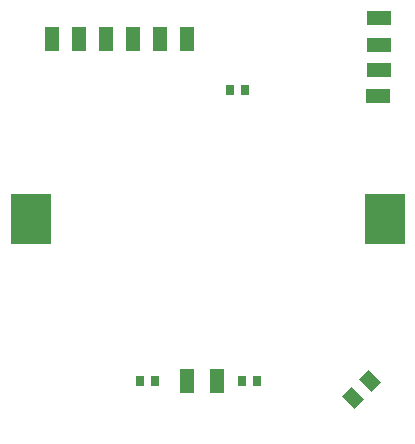
<source format=gbp>
G04 ---------------------------- Layer name :BOTTOM PASTER LAYER*
G04 EasyEDA v5.6.15, Sun, 19 Aug 2018 09:15:10 GMT*
G04 20d6072df84a40519853f38576b9eb16*
G04 Gerber Generator version 0.2*
G04 Scale: 100 percent, Rotated: No, Reflected: No *
G04 Dimensions in millimeters *
G04 leading zeros omitted , absolute positions ,3 integer and 3 decimal *
%FSLAX33Y33*%
%MOMM*%
G90*
G71D02*

%ADD17R,0.701040X0.899160*%
%ADD22R,3.499993X4.199992*%
%ADD24R,1.199998X1.999996*%
%ADD25R,1.999996X1.199998*%

%LPD*%
G54D22*
G01X4508Y23622D03*
G01X34483Y23622D03*
G36*
G01X33101Y10835D02*
G01X32280Y10015D01*
G01X33319Y8976D01*
G01X34140Y9796D01*
G01X33101Y10835D01*
G37*
G36*
G01X31663Y9398D02*
G01X30843Y8577D01*
G01X31882Y7538D01*
G01X32702Y8359D01*
G01X31663Y9398D01*
G37*
G54D24*
G01X17716Y38862D03*
G01X15430Y38862D03*
G01X13144Y38862D03*
G01X10858Y38862D03*
G01X8572Y38862D03*
G01X6286Y38862D03*
G01X17716Y9906D03*
G01X20256Y9906D03*
G54D17*
G01X22694Y34544D03*
G01X21374Y34544D03*
G01X23710Y9906D03*
G01X22390Y9906D03*
G01X13754Y9906D03*
G01X15074Y9906D03*
G54D25*
G01X34024Y40642D03*
G01X33984Y38351D03*
G01X33984Y36171D03*
G01X33954Y33971D03*
M00*
M02*

</source>
